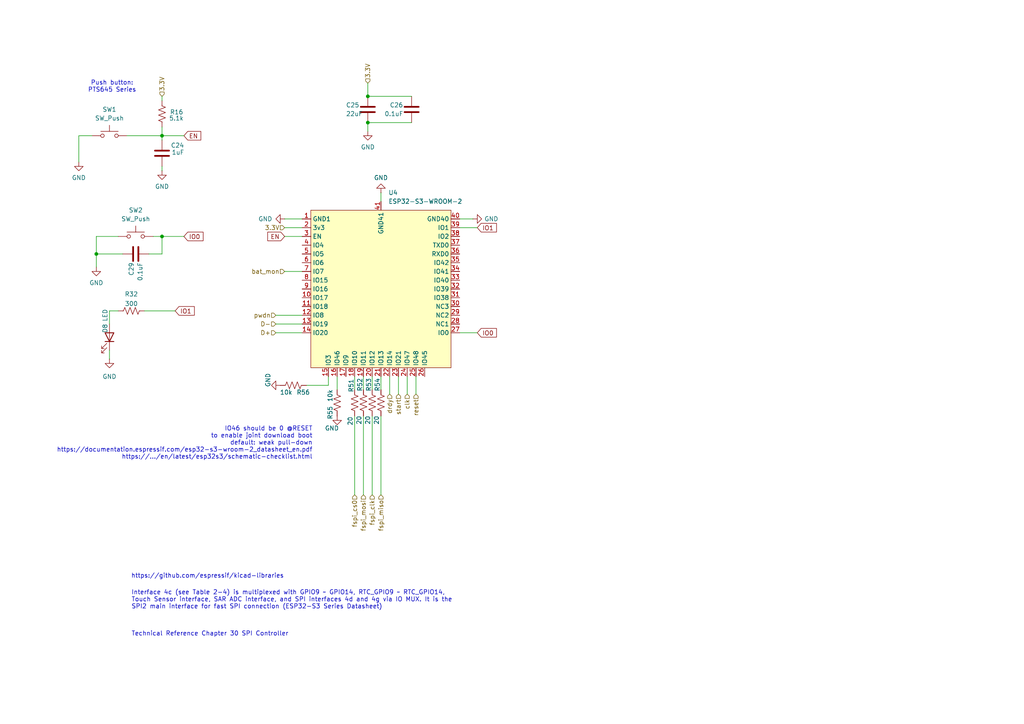
<source format=kicad_sch>
(kicad_sch (version 20250114) (generator "eeschema") (generator_version "9.0")
  (paper "A4")
  (title_block (title "ESP32-S3 CPU") (date "2025-10-10") (company "MIREA"))
  (lib_symbols
    (symbol "Device:C" (pin_numbers (hide yes)) (pin_names (offset 0.254))
      (property "Reference" "C" (at 0.635 2.54 0))
      (property "Value" "C" (at 0.635 -2.54 0))
      (symbol "C_0_1"
        (polyline (pts (xy -2.032 0.762) (xy 2.032 0.762)) (stroke (width 0.508)))
        (polyline (pts (xy -2.032 -0.762) (xy 2.032 -0.762)) (stroke (width 0.508)))
      )
      (symbol "C_1_1"
        (pin passive line (at 0 3.81 270) (length 2.794) (name "~") (number "1"))
        (pin passive line (at 0 -3.81 90) (length 2.794) (name "~") (number "2"))
      )
    )
    (symbol "Device:LED" (pin_numbers (hide yes)) (pin_names (offset 1.016) (hide yes))
      (property "Reference" "D" (at 0 2.54 0))
      (property "Value" "LED" (at 0 -2.54 0))
      (symbol "LED_0_1"
        (polyline (pts (xy -3.048 -0.762) (xy -4.572 -2.286) (xy -3.81 -2.286) (xy -4.572 -2.286) (xy -4.572 -1.524)))
        (polyline (pts (xy -1.778 -0.762) (xy -3.302 -2.286) (xy -2.54 -2.286) (xy -3.302 -2.286) (xy -3.302 -1.524)))
        (polyline (pts (xy -1.27 0) (xy 1.27 0)))
        (polyline (pts (xy -1.27 -1.27) (xy -1.27 1.27)) (stroke (width 0.254)))
        (polyline (pts (xy 1.27 -1.27) (xy 1.27 1.27) (xy -1.27 0) (xy 1.27 -1.27)) (stroke (width 0.254)))
      )
      (symbol "LED_1_1"
        (pin passive line (at -3.81 0 0) (length 2.54) (name "K") (number "1"))
        (pin passive line (at 3.81 0 180) (length 2.54) (name "A") (number "2"))
      )
    )
    (symbol "Device:R_US" (pin_numbers (hide yes)) (pin_names (offset 0))
      (property "Reference" "R" (at 2.54 0 90))
      (property "Value" "R_US" (at -2.54 0 90))
      (symbol "R_US_0_1"
        (polyline (pts (xy 0 2.286) (xy 0 2.54)))
        (polyline (pts (xy 0 2.286) (xy 1.016 1.905) (xy 0 1.524) (xy -1.016 1.143) (xy 0 0.762)))
        (polyline (pts (xy 0 0.762) (xy 1.016 0.381) (xy 0 0) (xy -1.016 -0.381) (xy 0 -0.762)))
        (polyline (pts (xy 0 -0.762) (xy 1.016 -1.143) (xy 0 -1.524) (xy -1.016 -1.905) (xy 0 -2.286)))
        (polyline (pts (xy 0 -2.286) (xy 0 -2.54)))
      )
      (symbol "R_US_1_1"
        (pin passive line (at 0 3.81 270) (length 1.27) (name "~") (number "1"))
        (pin passive line (at 0 -3.81 90) (length 1.27) (name "~") (number "2"))
      )
    )
    (symbol "Switch:SW_Push" (pin_numbers (hide yes)) (pin_names (offset 1.016) (hide yes))
      (property "Reference" "SW" (at 1.27 2.54 0))
      (property "Value" "SW_Push" (at 0 -1.524 0))
      (symbol "SW_Push_0_1"
        (circle (center -2.032 0) (radius 0.508))
        (polyline (pts (xy 0 1.27) (xy 0 3.048)))
        (circle (center 2.032 0) (radius 0.508))
        (polyline (pts (xy 2.54 1.27) (xy -2.54 1.27)))
        (pin passive line (at -5.08 0 0) (length 2.54) (name "1") (number "1"))
        (pin passive line (at 5.08 0 180) (length 2.54) (name "2") (number "2"))
      )
    )
    (symbol "myocell_s3:ESP32-S3-WROOM-2"
      (property "Reference" "U" (at 9.144 -10.414 0))
      (property "Value" "ESP32-S3-WROOM-2" (at 0 0 0))
      (symbol "ESP32-S3-WROOM-2_1_1"
        (rectangle (start -11.43 11.43) (end 29.21 -34.29) (fill (type color) (color 255 255 194 1)))
        (pin input line (at -13.97 8.89 0) (length 2.54) (name "GND1") (number "1"))
        (pin input line (at -13.97 6.35 0) (length 2.54) (name "3v3") (number "2"))
        (pin input line (at -13.97 3.81 0) (length 2.54) (name "EN") (number "3"))
        (pin input line (at -13.97 1.27 0) (length 2.54) (name "IO4") (number "4"))
        (pin input line (at -13.97 -1.27 0) (length 2.54) (name "IO5") (number "5"))
        (pin input line (at -13.97 -3.81 0) (length 2.54) (name "IO6") (number "6"))
        (pin input line (at -13.97 -6.35 0) (length 2.54) (name "IO7") (number "7"))
        (pin input line (at -13.97 -8.89 0) (length 2.54) (name "IO15") (number "8"))
        (pin input line (at -13.97 -11.43 0) (length 2.54) (name "IO16") (number "9"))
        (pin input line (at -13.97 -13.97 0) (length 2.54) (name "IO17") (number "10"))
        (pin input line (at -13.97 -16.51 0) (length 2.54) (name "IO18") (number "11"))
        (pin input line (at -13.97 -19.05 0) (length 2.54) (name "IO8") (number "12"))
        (pin input line (at -13.97 -21.59 0) (length 2.54) (name "IO19") (number "13"))
        (pin input line (at -13.97 -24.13 0) (length 2.54) (name "IO20") (number "14"))
        (pin input line (at -6.35 -36.83 90) (length 2.54) (name "IO3") (number "15"))
        (pin input line (at -3.81 -36.83 90) (length 2.54) (name "IO46") (number "16"))
        (pin input line (at -1.27 -36.83 90) (length 2.54) (name "IO9") (number "17"))
        (pin input line (at 1.27 -36.83 90) (length 2.54) (name "IO10") (number "18"))
        (pin input line (at 3.81 -36.83 90) (length 2.54) (name "IO11") (number "19"))
        (pin input line (at 6.35 -36.83 90) (length 2.54) (name "IO12") (number "20"))
        (pin input line (at 8.89 13.97 270) (length 2.54) (name "GND41") (number "41"))
        (pin input line (at 8.89 -36.83 90) (length 2.54) (name "IO13") (number "21"))
        (pin input line (at 11.43 -36.83 90) (length 2.54) (name "IO14") (number "22"))
        (pin input line (at 13.97 -36.83 90) (length 2.54) (name "IO21") (number "23"))
        (pin input line (at 16.51 -36.83 90) (length 2.54) (name "IO47") (number "24"))
        (pin input line (at 19.05 -36.83 90) (length 2.54) (name "IO48") (number "25"))
        (pin input line (at 21.59 -36.83 90) (length 2.54) (name "IO45") (number "26"))
        (pin input line (at 31.75 8.89 180) (length 2.54) (name "GND40") (number "40"))
        (pin input line (at 31.75 6.35 180) (length 2.54) (name "IO1") (number "39"))
        (pin input line (at 31.75 3.81 180) (length 2.54) (name "IO2") (number "38"))
        (pin input line (at 31.75 1.27 180) (length 2.54) (name "TXD0") (number "37"))
        (pin input line (at 31.75 -1.27 180) (length 2.54) (name "RXD0") (number "36"))
        (pin input line (at 31.75 -3.81 180) (length 2.54) (name "IO42") (number "35"))
        (pin input line (at 31.75 -6.35 180) (length 2.54) (name "IO41") (number "34"))
        (pin input line (at 31.75 -8.89 180) (length 2.54) (name "IO40") (number "33"))
        (pin input line (at 31.75 -11.43 180) (length 2.54) (name "IO39") (number "32"))
        (pin input line (at 31.75 -13.97 180) (length 2.54) (name "IO38") (number "31"))
        (pin input line (at 31.75 -16.51 180) (length 2.54) (name "NC3") (number "30"))
        (pin input line (at 31.75 -19.05 180) (length 2.54) (name "NC2") (number "29"))
        (pin input line (at 31.75 -21.59 180) (length 2.54) (name "NC1") (number "28"))
        (pin input line (at 31.75 -24.13 180) (length 2.54) (name "IO0") (number "27"))
      )
    )
    (symbol "power:GND" (power) (pin_numbers (hide yes)) (pin_names (offset 0) (hide yes))
      (property "Value" "GND" (at 0 -3.81 0))
      (symbol "GND_0_1"
        (polyline (pts (xy 0 0) (xy 0 -1.27) (xy 1.27 -1.27) (xy 0 -2.54) (xy -1.27 -1.27) (xy 0 -1.27)))
      )
      (symbol "GND_1_1"
        (pin power_in line (at 0 0 270) (length 0) (name "~") (number "1"))
      )
    )
  )
  (text "Technical Reference Chapter 30 SPI Controller" (at 38.1 183.896 0) (effects (font (size 1.27 1.27)) (justify left)))
  (text "IO46 should be 0 @RESET\nto enable joint download boot\ndefault: weak pull-down\nhttps://documentation.espressif.com/esp32-s3-wroom-2_datasheet_en.pdf\nhttps://.../en/latest/esp32s3/schematic-checklist.html" (at 90.678 128.524 0) (effects (font (size 1.27 1.27)) (justify right)))
  (text "Interface 4c (see Table 2-4) is multiplexed with GPIO9 ~ GPIO14, RTC_GPIO9 ~ RTC_GPIO14,\nTouch Sensor interface, SAR ADC interface, and SPI interfaces 4d and 4g via IO MUX. It is the\nSPI2 main interface for fast SPI connection (ESP32-S3 Series Datasheet)" (at 38.1 173.99 0) (effects (font (size 1.27 1.27)) (justify left)))
  (text "Push button:\nPTS645 Series" (at 32.512 25.146 0) (effects (font (size 1.27 1.27))))
  (text "https://github.com/espressif/kicad-libraries" (at 60.198 167.132 0) (effects (font (size 1.27 1.27))))
  (junction (at 106.68 27.94))
  (junction (at 27.94 73.66))
  (junction (at 46.99 39.37))
  (junction (at 106.68 35.56))
  (junction (at 46.99 68.58))
  (wire (pts (xy 113.03 109.22) (xy 113.03 114.3)))
  (wire (pts (xy 95.25 109.22) (xy 95.25 111.76)))
  (wire (pts (xy 110.49 120.65) (xy 110.49 143.51)))
  (wire (pts (xy 133.35 66.04) (xy 138.43 66.04)))
  (wire (pts (xy 44.45 68.58) (xy 46.99 68.58)))
  (wire (pts (xy 31.75 90.17) (xy 31.75 93.98)))
  (wire (pts (xy 82.55 78.74) (xy 87.63 78.74)))
  (wire (pts (xy 27.94 73.66) (xy 35.56 73.66)))
  (wire (pts (xy 82.55 66.04) (xy 87.63 66.04)))
  (wire (pts (xy 26.67 39.37) (xy 22.86 39.37)))
  (wire (pts (xy 22.86 39.37) (xy 22.86 46.99)))
  (wire (pts (xy 110.49 55.88) (xy 110.49 58.42)))
  (wire (pts (xy 46.99 68.58) (xy 53.34 68.58)))
  (wire (pts (xy 46.99 39.37) (xy 53.34 39.37)))
  (wire (pts (xy 110.49 109.22) (xy 110.49 113.03)))
  (wire (pts (xy 27.94 73.66) (xy 27.94 77.47)))
  (wire (pts (xy 80.01 96.52) (xy 87.63 96.52)))
  (wire (pts (xy 107.95 120.65) (xy 107.95 143.51)))
  (wire (pts (xy 133.35 96.52) (xy 138.43 96.52)))
  (wire (pts (xy 102.87 109.22) (xy 102.87 113.03)))
  (wire (pts (xy 118.11 109.22) (xy 118.11 114.3)))
  (wire (pts (xy 106.68 24.13) (xy 106.68 27.94)))
  (wire (pts (xy 31.75 104.14) (xy 31.75 101.6)))
  (wire (pts (xy 46.99 39.37) (xy 46.99 40.64)))
  (wire (pts (xy 105.41 109.22) (xy 105.41 113.03)))
  (wire (pts (xy 80.01 93.98) (xy 87.63 93.98)))
  (wire (pts (xy 106.68 27.94) (xy 119.38 27.94)))
  (wire (pts (xy 107.95 109.22) (xy 107.95 113.03)))
  (wire (pts (xy 82.55 68.58) (xy 87.63 68.58)))
  (wire (pts (xy 105.41 120.65) (xy 105.41 143.51)))
  (wire (pts (xy 97.79 109.22) (xy 97.79 113.03)))
  (wire (pts (xy 102.87 120.65) (xy 102.87 143.51)))
  (wire (pts (xy 46.99 73.66) (xy 46.99 68.58)))
  (wire (pts (xy 115.57 109.22) (xy 115.57 114.3)))
  (wire (pts (xy 80.01 91.44) (xy 87.63 91.44)))
  (wire (pts (xy 106.68 35.56) (xy 106.68 38.1)))
  (wire (pts (xy 36.83 39.37) (xy 46.99 39.37)))
  (wire (pts (xy 95.25 111.76) (xy 88.9 111.76)))
  (wire (pts (xy 46.99 27.94) (xy 46.99 29.21)))
  (wire (pts (xy 133.35 63.5) (xy 137.16 63.5)))
  (wire (pts (xy 27.94 68.58) (xy 27.94 73.66)))
  (wire (pts (xy 46.99 49.53) (xy 46.99 48.26)))
  (wire (pts (xy 43.18 73.66) (xy 46.99 73.66)))
  (wire (pts (xy 46.99 36.83) (xy 46.99 39.37)))
  (wire (pts (xy 31.75 90.17) (xy 34.29 90.17)))
  (wire (pts (xy 82.55 63.5) (xy 87.63 63.5)))
  (wire (pts (xy 120.65 109.22) (xy 120.65 114.3)))
  (wire (pts (xy 41.91 90.17) (xy 50.8 90.17)))
  (wire (pts (xy 106.68 35.56) (xy 119.38 35.56)))
  (wire (pts (xy 34.29 68.58) (xy 27.94 68.58)))
  (global_label "IO0" (shape input) (at 53.34 68.58 0) (property "Intersheetrefs" "${INTERSHEET_REFS}" (effects (hide yes))))
  (global_label "IO1" (shape input) (at 138.43 66.04 0) (property "Intersheetrefs" "${INTERSHEET_REFS}" (effects (hide yes))))
  (global_label "EN" (shape input) (at 53.34 39.37 0) (property "Intersheetrefs" "${INTERSHEET_REFS}" (effects (hide yes))))
  (global_label "IO1" (shape input) (at 50.8 90.17 0) (property "Intersheetrefs" "${INTERSHEET_REFS}" (effects (hide yes))))
  (global_label "IO0" (shape input) (at 138.43 96.52 0) (property "Intersheetrefs" "${INTERSHEET_REFS}" (effects (hide yes))))
  (global_label "EN" (shape input) (at 82.55 68.58 180) (property "Intersheetrefs" "${INTERSHEET_REFS}" (effects (hide yes))))
  (hierarchical_label "D+" (shape input) (at 80.01 96.52 180))
  (hierarchical_label "pwdn" (shape input) (at 80.01 91.44 180))
  (hierarchical_label "bat_mon" (shape input) (at 82.55 78.74 180))
  (hierarchical_label "clk" (shape input) (at 118.11 114.3 270))
  (hierarchical_label "fspi_cs0" (shape input) (at 102.87 143.51 270))
  (hierarchical_label "start" (shape input) (at 115.57 114.3 270))
  (hierarchical_label "fspi_clk" (shape input) (at 107.95 143.51 270))
  (hierarchical_label "D-" (shape input) (at 80.01 93.98 180))
  (hierarchical_label "reset" (shape input) (at 120.65 114.3 270))
  (hierarchical_label "drdy" (shape input) (at 113.03 114.3 270))
  (hierarchical_label "fspi_miso" (shape input) (at 110.49 143.51 270))
  (hierarchical_label "3.3V" (shape input) (at 46.99 27.94 90))
  (hierarchical_label "fspi_mosi" (shape input) (at 105.41 143.51 270))
  (hierarchical_label "3.3V" (shape input) (at 106.68 24.13 90))
  (hierarchical_label "3.3V" (shape input) (at 82.55 66.04 180))
  (symbol (lib_id "Device:C") (at 46.99 44.45 180) (unit 1)
    (property "Reference" "C24" (at 49.53 42.164 0) (effects (justify right)))
    (property "Value" "1uF" (at 49.784 44.196 0) (effects (justify right)))
    (property "Footprint" "Capacitor_SMD:C_0805_2012Metric_Pad1.18x1.45mm_HandSolder" (effects (hide yes)))
    (property "Description" "Unpolarized capacitor" (effects (hide yes)))
  )
  (symbol (lib_id "power:GND") (at 22.86 46.99 0) (unit 1)
    (property "Reference" "#PWR051" (effects (hide yes)))
    (property "Value" "GND" (at 22.86 51.5525 0))
    (property "Description" "Power symbol creates a global label with name \"GND\" , ground" (effects (hide yes)))
  )
  (symbol (lib_id "Device:R_US") (at 85.09 111.76 270) (unit 1)
    (property "Reference" "R56" (at 89.916 113.792 90) (effects (justify right)))
    (property "Value" "10k" (at 84.836 113.792 90) (effects (justify right)))
    (property "Footprint" "Resistor_SMD:R_0805_2012Metric_Pad1.20x1.40mm_HandSolder" (effects (hide yes)))
    (property "Description" "Resistor, US symbol" (effects (hide yes)))
  )
  (symbol (lib_id "Device:LED") (at 31.75 97.79 270) (mirror x) (unit 1)
    (property "Reference" "D8" (at 30.48 95.25 0))
    (property "Value" "LED" (at 30.48 91.44 0))
    (property "Footprint" "LED_SMD:LED_0805_2012Metric" (effects (hide yes)))
    (property "Description" "Light emitting diode" (effects (hide yes)))
    (property "Sim.Pins" "1=K 2=A" (effects (hide yes)))
  )
  (symbol (lib_id "Device:R_US") (at 110.49 116.84 180) (unit 1)
    (property "Reference" "R54" (at 109.474 113.538 90) (effects (justify right)))
    (property "Value" "20" (at 109.22 123.19 90) (effects (justify right)))
    (property "Footprint" "Resistor_SMD:R_0805_2012Metric_Pad1.20x1.40mm_HandSolder" (effects (hide yes)))
    (property "Description" "Resistor, US symbol" (effects (hide yes)))
  )
  (symbol (lib_id "Switch:SW_Push") (at 31.75 39.37 0) (unit 1)
    (property "Reference" "SW1" (at 31.75 31.75 0))
    (property "Value" "SW_Push" (at 31.75 34.29 0))
    (property "Footprint" "Button_Switch_SMD:SW_SPST_PTS645Sx43SMTR92" (effects (hide yes)))
    (property "Description" "Push button switch, generic, two pins" (effects (hide yes)))
  )
  (symbol (lib_id "power:GND") (at 82.55 63.5 270) (unit 1)
    (property "Reference" "#PWR081" (effects (hide yes)))
    (property "Value" "GND" (at 78.994 63.5 90) (effects (justify right)))
    (property "Description" "Power symbol creates a global label with name \"GND\" , ground" (effects (hide yes)))
  )
  (symbol (lib_id "Device:R_US") (at 102.87 116.84 180) (unit 1)
    (property "Reference" "R51" (at 101.854 113.792 90) (effects (justify right)))
    (property "Value" "20" (at 101.6 123.444 90) (effects (justify right)))
    (property "Footprint" "Resistor_SMD:R_0805_2012Metric_Pad1.20x1.40mm_HandSolder" (effects (hide yes)))
    (property "Description" "Resistor, US symbol" (effects (hide yes)))
  )
  (symbol (lib_id "Device:R_US") (at 105.41 116.84 180) (unit 1)
    (property "Reference" "R52" (at 104.394 113.538 90) (effects (justify right)))
    (property "Value" "20" (at 104.14 123.19 90) (effects (justify right)))
    (property "Footprint" "Resistor_SMD:R_0805_2012Metric_Pad1.20x1.40mm_HandSolder" (effects (hide yes)))
    (property "Description" "Resistor, US symbol" (effects (hide yes)))
  )
  (symbol (lib_id "Device:C") (at 39.37 73.66 270) (unit 1)
    (property "Reference" "C29" (at 38.1 80.01 0) (effects (justify right)))
    (property "Value" "0.1uF" (at 40.64 81.534 0) (effects (justify right)))
    (property "Footprint" "Capacitor_SMD:C_0805_2012Metric_Pad1.18x1.45mm_HandSolder" (effects (hide yes)))
    (property "Description" "Unpolarized capacitor" (effects (hide yes)))
  )
  (symbol (lib_id "Device:R_US") (at 38.1 90.17 90) (unit 1)
    (property "Reference" "R32" (at 38.1 85.3145 90))
    (property "Value" "300" (at 38.1 88.0896 90))
    (property "Footprint" "Resistor_SMD:R_0805_2012Metric_Pad1.20x1.40mm_HandSolder" (effects (hide yes)))
    (property "Description" "Resistor, US symbol" (effects (hide yes)))
  )
  (symbol (lib_id "Device:C") (at 106.68 31.75 180) (unit 1)
    (property "Reference" "C25" (at 100.33 30.48 0) (effects (justify right)))
    (property "Value" "22uF" (at 100.33 33.02 0) (effects (justify right)))
    (property "Footprint" "Capacitor_SMD:C_0805_2012Metric_Pad1.18x1.45mm_HandSolder" (effects (hide yes)))
    (property "Description" "Unpolarized capacitor" (effects (hide yes)))
  )
  (symbol (lib_id "Device:R_US") (at 46.99 33.02 180) (unit 1)
    (property "Reference" "R16" (at 49.276 32.512 0) (effects (justify right)))
    (property "Value" "5.1k" (at 49.022 34.29 0) (effects (justify right)))
    (property "Footprint" "Resistor_SMD:R_0805_2012Metric_Pad1.20x1.40mm_HandSolder" (effects (hide yes)))
    (property "Description" "Resistor, US symbol" (effects (hide yes)))
  )
  (symbol (lib_id "Switch:SW_Push") (at 39.37 68.58 0) (unit 1)
    (property "Reference" "SW2" (at 39.37 60.96 0))
    (property "Value" "SW_Push" (at 39.37 63.5 0))
    (property "Footprint" "Button_Switch_SMD:SW_SPST_PTS645Sx43SMTR92" (effects (hide yes)))
    (property "Description" "Push button switch, generic, two pins" (effects (hide yes)))
  )
  (symbol (lib_id "power:GND") (at 137.16 63.5 90) (unit 1)
    (property "Reference" "#PWR080" (effects (hide yes)))
    (property "Value" "GND" (at 140.462 63.5 90) (effects (justify right)))
    (property "Description" "Power symbol creates a global label with name \"GND\" , ground" (effects (hide yes)))
  )
  (symbol (lib_id "power:GND") (at 31.75 104.14 0) (mirror y) (unit 1)
    (property "Reference" "#PWR078" (effects (hide yes)))
    (property "Value" "GND" (at 31.75 109.22 0))
    (property "Description" "Power symbol creates a global label with name \"GND\" , ground" (effects (hide yes)))
  )
  (symbol (lib_id "power:GND") (at 110.49 55.88 180) (unit 1)
    (property "Reference" "#PWR082" (effects (hide yes)))
    (property "Value" "GND" (at 110.49 51.562 0))
    (property "Description" "Power symbol creates a global label with name \"GND\" , ground" (effects (hide yes)))
  )
  (symbol (lib_id "Device:C") (at 119.38 31.75 180) (unit 1)
    (property "Reference" "C26" (at 113.03 30.48 0) (effects (justify right)))
    (property "Value" "0.1uF" (at 111.506 33.02 0) (effects (justify right)))
    (property "Footprint" "Capacitor_SMD:C_0805_2012Metric_Pad1.18x1.45mm_HandSolder" (effects (hide yes)))
    (property "Description" "Unpolarized capacitor" (effects (hide yes)))
  )
  (symbol (lib_id "myocell_s3:ESP32-S3-WROOM-2") (at 101.6 72.39 0) (unit 1)
    (property "Reference" "U4" (at 112.6333 55.88 0) (effects (justify left)))
    (property "Value" "ESP32-S3-WROOM-2" (at 112.6333 58.42 0) (effects (justify left)))
    (property "Footprint" "RF_Module:ESP32-S3-WROOM-2" (effects (hide yes)))
    (property "Datasheet" "https://www.espressif.com/sites/default/files/documentation/esp32-s3-wroom-2_datasheet_en.pdf" (effects (hide yes)))
    (property "Description" "2.4 GHz Wi-Fi (802.11b/g/n) and Bluetooth® 5 module" (effects (hide yes)))
  )
  (symbol (lib_id "power:GND") (at 97.79 120.65 0) (unit 1)
    (property "Reference" "#PWR045" (effects (hide yes)))
    (property "Value" "GND" (at 96.266 124.206 0))
    (property "Description" "Power symbol creates a global label with name \"GND\" , ground" (effects (hide yes)))
  )
  (symbol (lib_id "Device:R_US") (at 97.79 116.84 180) (unit 1)
    (property "Reference" "R55" (at 95.758 121.666 90) (effects (justify right)))
    (property "Value" "10k" (at 95.758 116.586 90) (effects (justify right)))
    (property "Footprint" "Resistor_SMD:R_0805_2012Metric_Pad1.20x1.40mm_HandSolder" (effects (hide yes)))
    (property "Description" "Resistor, US symbol" (effects (hide yes)))
  )
  (symbol (lib_id "Device:R_US") (at 107.95 116.84 180) (unit 1)
    (property "Reference" "R53" (at 106.934 113.538 90) (effects (justify right)))
    (property "Value" "20" (at 106.68 123.19 90) (effects (justify right)))
    (property "Footprint" "Resistor_SMD:R_0805_2012Metric_Pad1.20x1.40mm_HandSolder" (effects (hide yes)))
    (property "Description" "Resistor, US symbol" (effects (hide yes)))
  )
  (symbol (lib_id "power:GND") (at 46.99 49.53 0) (unit 1)
    (property "Reference" "#PWR048" (effects (hide yes)))
    (property "Value" "GND" (at 46.99 54.0925 0))
    (property "Description" "Power symbol creates a global label with name \"GND\" , ground" (effects (hide yes)))
  )
  (symbol (lib_id "power:GND") (at 106.68 38.1 0) (unit 1)
    (property "Reference" "#PWR050" (effects (hide yes)))
    (property "Value" "GND" (at 106.68 42.6625 0))
    (property "Description" "Power symbol creates a global label with name \"GND\" , ground" (effects (hide yes)))
  )
  (symbol (lib_id "power:GND") (at 27.94 77.47 0) (unit 1)
    (property "Reference" "#PWR054" (effects (hide yes)))
    (property "Value" "GND" (at 27.94 82.0325 0))
    (property "Description" "Power symbol creates a global label with name \"GND\" , ground" (effects (hide yes)))
  )
  (symbol (lib_id "power:GND") (at 81.28 111.76 270) (unit 1)
    (property "Reference" "#PWR046" (effects (hide yes)))
    (property "Value" "GND" (at 77.724 110.236 0))
    (property "Description" "Power symbol creates a global label with name \"GND\" , ground" (effects (hide yes)))
  )
)
</source>
